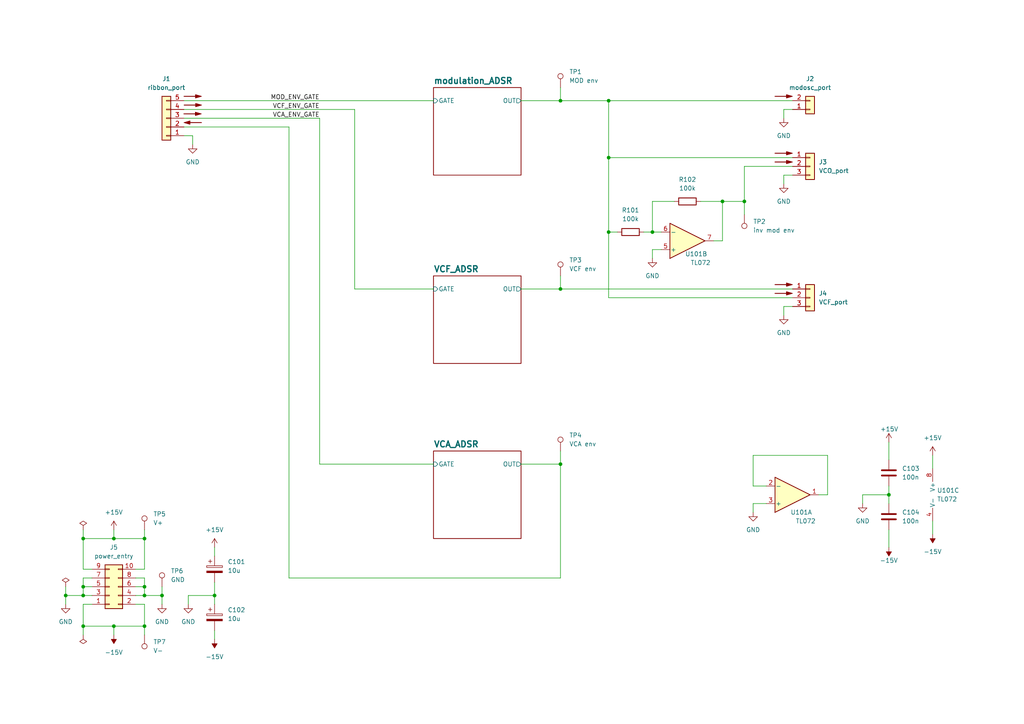
<source format=kicad_sch>
(kicad_sch (version 20230121) (generator eeschema)
  (paper "A4")
  (title_block (title "Josh Ox Ribbon Synth ADSR board") (date "2023-01-18") (rev "1.1") (comment 2 "creativecommons.org/licenses/by/4.0") (comment 3 "license: CC by 4.0") (comment 4 "Author: Jordan Aceto"))
  (lib_symbols
    (symbol "Amplifier_Operational:TL072" (pin_names (offset 0.127))
      (property "Reference" "U" (at 0 5.08 0))
      (property "Value" "TL072" (at 0 -5.08 0))
      (symbol "TL072_1_1"
        (polyline (pts (xy -5.08 5.08) (xy 5.08 0) (xy -5.08 -5.08) (xy -5.08 5.08)) (stroke (width 0.254)) (fill (type background)))
        (pin output line (at 7.62 0 180) (length 2.54) (name "~") (number "1"))
        (pin input line (at -7.62 -2.54 0) (length 2.54) (name "-") (number "2"))
        (pin input line (at -7.62 2.54 0) (length 2.54) (name "+") (number "3"))
      )
      (symbol "TL072_2_1"
        (polyline (pts (xy -5.08 5.08) (xy 5.08 0) (xy -5.08 -5.08) (xy -5.08 5.08)) (stroke (width 0.254)) (fill (type background)))
        (pin input line (at -7.62 2.54 0) (length 2.54) (name "+") (number "5"))
        (pin input line (at -7.62 -2.54 0) (length 2.54) (name "-") (number "6"))
        (pin output line (at 7.62 0 180) (length 2.54) (name "~") (number "7"))
      )
      (symbol "TL072_3_1"
        (pin power_in line (at -2.54 -7.62 90) (length 3.81) (name "V-") (number "4"))
        (pin power_in line (at -2.54 7.62 270) (length 3.81) (name "V+") (number "8"))
      )
    )
    (symbol "Connector:TestPoint" (pin_numbers hide) (pin_names (offset 0.762) hide)
      (property "Reference" "TP" (at 0 6.858 0))
      (property "Value" "TestPoint" (at 0 5.08 0))
      (symbol "TestPoint_0_1"
        (circle (center 0 3.302) (radius 0.762))
      )
      (symbol "TestPoint_1_1"
        (pin passive line (at 0 0 90) (length 2.54) (name "1") (number "1"))
      )
    )
    (symbol "Connector_Generic:Conn_01x02" (pin_names (offset 1.016) hide)
      (property "Reference" "J" (at 0 2.54 0))
      (property "Value" "Conn_01x02" (at 0 -5.08 0))
      (symbol "Conn_01x02_1_1"
        (rectangle (start -1.27 -2.413) (end 0 -2.667) (stroke (width 0.1524)))
        (rectangle (start -1.27 0.127) (end 0 -0.127) (stroke (width 0.1524)))
        (rectangle (start -1.27 1.27) (end 1.27 -3.81) (stroke (width 0.254)) (fill (type background)))
        (pin passive line (at -5.08 0 0) (length 3.81) (name "Pin_1") (number "1"))
        (pin passive line (at -5.08 -2.54 0) (length 3.81) (name "Pin_2") (number "2"))
      )
    )
    (symbol "Connector_Generic:Conn_01x03" (pin_names (offset 1.016) hide)
      (property "Reference" "J" (at 0 5.08 0))
      (property "Value" "Conn_01x03" (at 0 -5.08 0))
      (symbol "Conn_01x03_1_1"
        (rectangle (start -1.27 -2.413) (end 0 -2.667) (stroke (width 0.1524)))
        (rectangle (start -1.27 0.127) (end 0 -0.127) (stroke (width 0.1524)))
        (rectangle (start -1.27 2.667) (end 0 2.413) (stroke (width 0.1524)))
        (rectangle (start -1.27 3.81) (end 1.27 -3.81) (stroke (width 0.254)) (fill (type background)))
        (pin passive line (at -5.08 2.54 0) (length 3.81) (name "Pin_1") (number "1"))
        (pin passive line (at -5.08 0 0) (length 3.81) (name "Pin_2") (number "2"))
        (pin passive line (at -5.08 -2.54 0) (length 3.81) (name "Pin_3") (number "3"))
      )
    )
    (symbol "Connector_Generic:Conn_01x05" (pin_names (offset 1.016) hide)
      (property "Reference" "J" (at 0 7.62 0))
      (property "Value" "Conn_01x05" (at 0 -7.62 0))
      (symbol "Conn_01x05_1_1"
        (rectangle (start -1.27 -4.953) (end 0 -5.207) (stroke (width 0.1524)))
        (rectangle (start -1.27 -2.413) (end 0 -2.667) (stroke (width 0.1524)))
        (rectangle (start -1.27 0.127) (end 0 -0.127) (stroke (width 0.1524)))
        (rectangle (start -1.27 2.667) (end 0 2.413) (stroke (width 0.1524)))
        (rectangle (start -1.27 5.207) (end 0 4.953) (stroke (width 0.1524)))
        (rectangle (start -1.27 6.35) (end 1.27 -6.35) (stroke (width 0.254)) (fill (type background)))
        (pin passive line (at -5.08 5.08 0) (length 3.81) (name "Pin_1") (number "1"))
        (pin passive line (at -5.08 2.54 0) (length 3.81) (name "Pin_2") (number "2"))
        (pin passive line (at -5.08 0 0) (length 3.81) (name "Pin_3") (number "3"))
        (pin passive line (at -5.08 -2.54 0) (length 3.81) (name "Pin_4") (number "4"))
        (pin passive line (at -5.08 -5.08 0) (length 3.81) (name "Pin_5") (number "5"))
      )
    )
    (symbol "Connector_Generic:Conn_02x05_Odd_Even" (pin_names (offset 1.016) hide)
      (property "Reference" "J" (at 1.27 7.62 0))
      (property "Value" "Conn_02x05_Odd_Even" (at 1.27 -7.62 0))
      (symbol "Conn_02x05_Odd_Even_1_1"
        (rectangle (start -1.27 -4.953) (end 0 -5.207) (stroke (width 0.1524)))
        (rectangle (start -1.27 -2.413) (end 0 -2.667) (stroke (width 0.1524)))
        (rectangle (start -1.27 0.127) (end 0 -0.127) (stroke (width 0.1524)))
        (rectangle (start -1.27 2.667) (end 0 2.413) (stroke (width 0.1524)))
        (rectangle (start -1.27 5.207) (end 0 4.953) (stroke (width 0.1524)))
        (rectangle (start -1.27 6.35) (end 3.81 -6.35) (stroke (width 0.254)) (fill (type background)))
        (rectangle (start 3.81 -4.953) (end 2.54 -5.207) (stroke (width 0.1524)))
        (rectangle (start 3.81 -2.413) (end 2.54 -2.667) (stroke (width 0.1524)))
        (rectangle (start 3.81 0.127) (end 2.54 -0.127) (stroke (width 0.1524)))
        (rectangle (start 3.81 2.667) (end 2.54 2.413) (stroke (width 0.1524)))
        (rectangle (start 3.81 5.207) (end 2.54 4.953) (stroke (width 0.1524)))
        (pin passive line (at -5.08 5.08 0) (length 3.81) (name "Pin_1") (number "1"))
        (pin passive line (at 7.62 -5.08 180) (length 3.81) (name "Pin_10") (number "10"))
        (pin passive line (at 7.62 5.08 180) (length 3.81) (name "Pin_2") (number "2"))
        (pin passive line (at -5.08 2.54 0) (length 3.81) (name "Pin_3") (number "3"))
        (pin passive line (at 7.62 2.54 180) (length 3.81) (name "Pin_4") (number "4"))
        (pin passive line (at -5.08 0 0) (length 3.81) (name "Pin_5") (number "5"))
        (pin passive line (at 7.62 0 180) (length 3.81) (name "Pin_6") (number "6"))
        (pin passive line (at -5.08 -2.54 0) (length 3.81) (name "Pin_7") (number "7"))
        (pin passive line (at 7.62 -2.54 180) (length 3.81) (name "Pin_8") (number "8"))
        (pin passive line (at -5.08 -5.08 0) (length 3.81) (name "Pin_9") (number "9"))
      )
    )
    (symbol "Device:C" (pin_numbers hide) (pin_names (offset 0.254))
      (property "Reference" "C" (at 0.635 2.54 0))
      (property "Value" "C" (at 0.635 -2.54 0))
      (symbol "C_0_1"
        (polyline (pts (xy -2.032 -0.762) (xy 2.032 -0.762)) (stroke (width 0.508)))
        (polyline (pts (xy -2.032 0.762) (xy 2.032 0.762)) (stroke (width 0.508)))
      )
      (symbol "C_1_1"
        (pin passive line (at 0 3.81 270) (length 2.794) (name "~") (number "1"))
        (pin passive line (at 0 -3.81 90) (length 2.794) (name "~") (number "2"))
      )
    )
    (symbol "Device:C_Polarized" (pin_numbers hide) (pin_names (offset 0.254))
      (property "Reference" "C" (at 0.635 2.54 0))
      (property "Value" "C_Polarized" (at 0.635 -2.54 0))
      (symbol "C_Polarized_0_1"
        (rectangle (start -2.286 0.508) (end 2.286 1.016))
        (polyline (pts (xy -1.778 2.286) (xy -0.762 2.286)))
        (polyline (pts (xy -1.27 2.794) (xy -1.27 1.778)))
        (rectangle (start 2.286 -0.508) (end -2.286 -1.016) (fill (type outline)))
      )
      (symbol "C_Polarized_1_1"
        (pin passive line (at 0 3.81 270) (length 2.794) (name "~") (number "1"))
        (pin passive line (at 0 -3.81 90) (length 2.794) (name "~") (number "2"))
      )
    )
    (symbol "Device:R" (pin_numbers hide) (pin_names (offset 0))
      (property "Reference" "R" (at 2.032 0 90))
      (property "Value" "R" (at 0 0 90))
      (symbol "R_0_1"
        (rectangle (start -1.016 -2.54) (end 1.016 2.54) (stroke (width 0.254)))
      )
      (symbol "R_1_1"
        (pin passive line (at 0 3.81 270) (length 1.27) (name "~") (number "1"))
        (pin passive line (at 0 -3.81 90) (length 1.27) (name "~") (number "2"))
      )
    )
    (symbol "Graphic:SYM_Arrow_Normal" (in_bom no) (on_board no)
      (symbol "SYM_Arrow_Normal_0_1"
        (polyline (pts (xy 1.524 0) (xy -2.54 0)) (stroke (width 0.254)))
        (polyline (pts (xy 2.54 0) (xy 0.762 -0.508) (xy 0.762 0.508) (xy 2.54 0)) (fill (type outline)))
      )
    )
    (symbol "power:+15V" (power) (pin_names (offset 0))
      (property "Value" "+15V" (at 0 3.556 0))
      (symbol "+15V_0_1"
        (polyline (pts (xy -0.762 1.27) (xy 0 2.54)))
        (polyline (pts (xy 0 0) (xy 0 2.54)))
        (polyline (pts (xy 0 2.54) (xy 0.762 1.27)))
      )
      (symbol "+15V_1_1"
        (pin power_in line (at 0 0 90) (length 0) hide (name "+15V") (number "1"))
      )
    )
    (symbol "power:-15V" (power) (pin_names (offset 0))
      (property "Value" "-15V" (at 0 3.81 0))
      (symbol "-15V_0_0"
        (pin power_in line (at 0 0 90) (length 0) hide (name "-15V") (number "1"))
      )
      (symbol "-15V_0_1"
        (polyline (pts (xy 0 0) (xy 0 1.27) (xy 0.762 1.27) (xy 0 2.54) (xy -0.762 1.27) (xy 0 1.27)) (fill (type outline)))
      )
    )
    (symbol "power:GND" (power) (pin_names (offset 0))
      (property "Value" "GND" (at 0 -3.81 0))
      (symbol "GND_0_1"
        (polyline (pts (xy 0 0) (xy 0 -1.27) (xy 1.27 -1.27) (xy 0 -2.54) (xy -1.27 -1.27) (xy 0 -1.27)))
      )
      (symbol "GND_1_1"
        (pin power_in line (at 0 0 270) (length 0) hide (name "GND") (number "1"))
      )
    )
    (symbol "power:PWR_FLAG" (power) (pin_numbers hide) (pin_names (offset 0) hide)
      (property "Value" "PWR_FLAG" (at 0 3.81 0))
      (symbol "PWR_FLAG_0_0"
        (pin power_out line (at 0 0 90) (length 0) (name "pwr") (number "1"))
      )
      (symbol "PWR_FLAG_0_1"
        (polyline (pts (xy 0 0) (xy 0 1.27) (xy -1.016 1.905) (xy 0 2.54) (xy 1.016 1.905) (xy 0 1.27)))
      )
    )
  )
  (junction (at 24.13 156.21))
  (junction (at 209.55 58.42))
  (junction (at 24.13 172.72))
  (junction (at 257.81 143.51))
  (junction (at 24.13 181.61))
  (junction (at 46.99 172.72))
  (junction (at 176.53 67.31))
  (junction (at 33.02 181.61))
  (junction (at 189.23 67.31))
  (junction (at 162.56 83.82))
  (junction (at 41.91 170.18))
  (junction (at 41.91 181.61))
  (junction (at 215.9 58.42))
  (junction (at 24.13 170.18))
  (junction (at 176.53 29.21))
  (junction (at 62.23 172.72))
  (junction (at 41.91 172.72))
  (junction (at 176.53 45.72))
  (junction (at 162.56 29.21))
  (junction (at 19.05 172.72))
  (junction (at 33.02 156.21))
  (junction (at 162.56 134.62))
  (junction (at 41.91 156.21))
  (wire (pts (xy 39.37 170.18) (xy 41.91 170.18)))
  (wire (pts (xy 33.02 181.61) (xy 41.91 181.61)))
  (wire (pts (xy 189.23 58.42) (xy 195.58 58.42)))
  (wire (pts (xy 33.02 153.67) (xy 33.02 156.21)))
  (wire (pts (xy 227.33 31.75) (xy 229.87 31.75)))
  (wire (pts (xy 257.81 128.27) (xy 257.81 133.35)))
  (wire (pts (xy 54.61 175.26) (xy 54.61 172.72)))
  (wire (pts (xy 189.23 72.39) (xy 191.77 72.39)))
  (wire (pts (xy 19.05 170.18) (xy 19.05 172.72)))
  (wire (pts (xy 257.81 140.97) (xy 257.81 143.51)))
  (wire (pts (xy 26.67 175.26) (xy 24.13 175.26)))
  (wire (pts (xy 53.34 29.21) (xy 125.73 29.21)))
  (wire (pts (xy 41.91 170.18) (xy 41.91 167.64)))
  (wire (pts (xy 151.13 29.21) (xy 162.56 29.21)))
  (wire (pts (xy 162.56 25.4) (xy 162.56 29.21)))
  (wire (pts (xy 209.55 58.42) (xy 215.9 58.42)))
  (wire (pts (xy 62.23 172.72) (xy 62.23 175.26)))
  (wire (pts (xy 209.55 58.42) (xy 203.2 58.42)))
  (wire (pts (xy 92.71 34.29) (xy 92.71 134.62)))
  (wire (pts (xy 176.53 45.72) (xy 229.87 45.72)))
  (wire (pts (xy 176.53 45.72) (xy 176.53 29.21)))
  (wire (pts (xy 39.37 165.1) (xy 41.91 165.1)))
  (wire (pts (xy 19.05 175.26) (xy 19.05 172.72)))
  (wire (pts (xy 270.51 132.08) (xy 270.51 135.89)))
  (wire (pts (xy 39.37 172.72) (xy 41.91 172.72)))
  (wire (pts (xy 54.61 172.72) (xy 62.23 172.72)))
  (wire (pts (xy 176.53 29.21) (xy 229.87 29.21)))
  (wire (pts (xy 83.82 36.83) (xy 83.82 167.64)))
  (wire (pts (xy 218.44 146.05) (xy 222.25 146.05)))
  (wire (pts (xy 53.34 36.83) (xy 83.82 36.83)))
  (wire (pts (xy 33.02 181.61) (xy 33.02 184.15)))
  (wire (pts (xy 186.69 67.31) (xy 189.23 67.31)))
  (wire (pts (xy 24.13 153.67) (xy 24.13 156.21)))
  (wire (pts (xy 151.13 83.82) (xy 162.56 83.82)))
  (wire (pts (xy 162.56 80.01) (xy 162.56 83.82)))
  (wire (pts (xy 92.71 134.62) (xy 125.73 134.62)))
  (wire (pts (xy 55.88 41.91) (xy 55.88 39.37)))
  (wire (pts (xy 26.67 172.72) (xy 24.13 172.72)))
  (wire (pts (xy 24.13 184.15) (xy 24.13 181.61)))
  (wire (pts (xy 83.82 167.64) (xy 162.56 167.64)))
  (wire (pts (xy 46.99 172.72) (xy 41.91 172.72)))
  (wire (pts (xy 162.56 83.82) (xy 229.87 83.82)))
  (wire (pts (xy 227.33 91.44) (xy 227.33 88.9)))
  (wire (pts (xy 257.81 153.67) (xy 257.81 158.75)))
  (wire (pts (xy 257.81 143.51) (xy 257.81 146.05)))
  (wire (pts (xy 102.87 83.82) (xy 125.73 83.82)))
  (wire (pts (xy 41.91 153.67) (xy 41.91 156.21)))
  (wire (pts (xy 227.33 34.29) (xy 227.33 31.75)))
  (wire (pts (xy 227.33 50.8) (xy 229.87 50.8)))
  (wire (pts (xy 24.13 165.1) (xy 26.67 165.1)))
  (wire (pts (xy 215.9 58.42) (xy 215.9 48.26)))
  (wire (pts (xy 240.03 132.08) (xy 240.03 143.51)))
  (wire (pts (xy 24.13 175.26) (xy 24.13 181.61)))
  (wire (pts (xy 218.44 132.08) (xy 240.03 132.08)))
  (wire (pts (xy 151.13 134.62) (xy 162.56 134.62)))
  (wire (pts (xy 41.91 156.21) (xy 33.02 156.21)))
  (wire (pts (xy 41.91 165.1) (xy 41.91 156.21)))
  (wire (pts (xy 218.44 140.97) (xy 218.44 132.08)))
  (wire (pts (xy 218.44 148.59) (xy 218.44 146.05)))
  (wire (pts (xy 227.33 88.9) (xy 229.87 88.9)))
  (wire (pts (xy 24.13 156.21) (xy 24.13 165.1)))
  (wire (pts (xy 176.53 86.36) (xy 229.87 86.36)))
  (wire (pts (xy 19.05 172.72) (xy 24.13 172.72)))
  (wire (pts (xy 215.9 58.42) (xy 215.9 62.23)))
  (wire (pts (xy 53.34 31.75) (xy 102.87 31.75)))
  (wire (pts (xy 55.88 39.37) (xy 53.34 39.37)))
  (wire (pts (xy 39.37 167.64) (xy 41.91 167.64)))
  (wire (pts (xy 162.56 130.81) (xy 162.56 134.62)))
  (wire (pts (xy 41.91 175.26) (xy 39.37 175.26)))
  (wire (pts (xy 207.01 69.85) (xy 209.55 69.85)))
  (wire (pts (xy 209.55 69.85) (xy 209.55 58.42)))
  (wire (pts (xy 250.19 143.51) (xy 257.81 143.51)))
  (wire (pts (xy 46.99 170.18) (xy 46.99 172.72)))
  (wire (pts (xy 189.23 67.31) (xy 189.23 58.42)))
  (wire (pts (xy 102.87 31.75) (xy 102.87 83.82)))
  (wire (pts (xy 179.07 67.31) (xy 176.53 67.31)))
  (wire (pts (xy 62.23 158.75) (xy 62.23 161.29)))
  (wire (pts (xy 24.13 181.61) (xy 33.02 181.61)))
  (wire (pts (xy 222.25 140.97) (xy 218.44 140.97)))
  (wire (pts (xy 24.13 170.18) (xy 24.13 172.72)))
  (wire (pts (xy 227.33 53.34) (xy 227.33 50.8)))
  (wire (pts (xy 215.9 48.26) (xy 229.87 48.26)))
  (wire (pts (xy 41.91 181.61) (xy 41.91 175.26)))
  (wire (pts (xy 189.23 67.31) (xy 191.77 67.31)))
  (wire (pts (xy 24.13 167.64) (xy 26.67 167.64)))
  (wire (pts (xy 62.23 182.88) (xy 62.23 185.42)))
  (wire (pts (xy 62.23 168.91) (xy 62.23 172.72)))
  (wire (pts (xy 189.23 72.39) (xy 189.23 74.93)))
  (wire (pts (xy 270.51 151.13) (xy 270.51 154.94)))
  (wire (pts (xy 240.03 143.51) (xy 237.49 143.51)))
  (wire (pts (xy 41.91 184.15) (xy 41.91 181.61)))
  (wire (pts (xy 162.56 29.21) (xy 176.53 29.21)))
  (wire (pts (xy 250.19 146.05) (xy 250.19 143.51)))
  (wire (pts (xy 176.53 67.31) (xy 176.53 45.72)))
  (wire (pts (xy 24.13 167.64) (xy 24.13 170.18)))
  (wire (pts (xy 162.56 167.64) (xy 162.56 134.62)))
  (wire (pts (xy 41.91 172.72) (xy 41.91 170.18)))
  (wire (pts (xy 33.02 156.21) (xy 24.13 156.21)))
  (wire (pts (xy 176.53 67.31) (xy 176.53 86.36)))
  (wire (pts (xy 53.34 34.29) (xy 92.71 34.29)))
  (wire (pts (xy 24.13 170.18) (xy 26.67 170.18)))
  (wire (pts (xy 46.99 175.26) (xy 46.99 172.72)))
  (label "VCA_ENV_GATE" (at 92.71 34.29 180))
  (label "MOD_ENV_GATE" (at 92.71 29.21 180))
  (label "VCF_ENV_GATE" (at 92.71 31.75 180))
  (symbol (lib_id "power:-15V") (at 62.23 185.42 180) (unit 1)
    (property "Reference" "#PWR0127" (effects hide))
    (property "Value" "-15V" (at 62.23 190.5 0))
  )
  (symbol (lib_id "Amplifier_Operational:TL072") (at 229.87 143.51 0) (mirror x) (unit 1)
    (property "Reference" "U101" (at 232.41 148.59 0))
    (property "Value" "TL072" (at 233.68 151.13 0))
    (property "Footprint" "Package_SO:SOIC-8_3.9x4.9mm_P1.27mm" (effects hide))
    (property "Datasheet" "http://www.ti.com/lit/ds/symlink/tl071.pdf" (effects hide))
  )
  (symbol (lib_id "power:GND") (at 46.99 175.26 0) (unit 1)
    (property "Reference" "#PWR0125" (effects hide))
    (property "Value" "GND" (at 46.99 180.34 0))
  )
  (symbol (lib_id "Connector:TestPoint") (at 46.99 170.18 0) (unit 1) (in_bom no)
    (property "Reference" "TP6" (at 49.53 165.6079 0) (effects (justify left)))
    (property "Value" "GND" (at 49.53 168.1479 0) (effects (justify left)))
    (property "Footprint" "TestPoint:TestPoint_Bridge_Pitch7.62mm_Drill1.3mm" (effects hide))
  )
  (symbol (lib_id "Connector:TestPoint") (at 215.9 62.23 180) (unit 1) (in_bom no)
    (property "Reference" "TP2" (at 218.44 64.2619 0) (effects (justify right)))
    (property "Value" "inv mod env" (at 218.44 66.8019 0) (effects (justify right)))
    (property "Footprint" "TestPoint:TestPoint_Keystone_5000-5004_Miniature" (effects hide))
  )
  (symbol (lib_id "Device:C") (at 257.81 137.16 0) (unit 1)
    (property "Reference" "C103" (at 261.62 135.8899 0) (effects (justify left)))
    (property "Value" "100n" (at 261.62 138.4299 0) (effects (justify left)))
    (property "Footprint" "Capacitor_SMD:C_0805_2012Metric" (effects hide))
  )
  (symbol (lib_id "Connector:TestPoint") (at 41.91 184.15 180) (unit 1) (in_bom no)
    (property "Reference" "TP7" (at 44.45 186.1819 0) (effects (justify right)))
    (property "Value" "V-" (at 44.45 188.7219 0) (effects (justify right)))
    (property "Footprint" "TestPoint:TestPoint_Keystone_5000-5004_Miniature" (effects hide))
  )
  (symbol (lib_id "Connector_Generic:Conn_02x05_Odd_Even") (at 31.75 170.18 0) (mirror x) (unit 1)
    (property "Reference" "J5" (at 33.02 158.75 0))
    (property "Value" "power_entry" (at 33.02 161.29 0))
    (property "Footprint" "Connector_IDC:IDC-Header_2x05_P2.54mm_Vertical" (effects hide))
  )
  (symbol (lib_id "Device:R") (at 182.88 67.31 90) (unit 1)
    (property "Reference" "R101" (at 182.88 60.96 90))
    (property "Value" "100k" (at 182.88 63.5 90))
    (property "Footprint" "Resistor_SMD:R_0805_2012Metric" (effects hide))
  )
  (symbol (lib_id "power:PWR_FLAG") (at 24.13 184.15 180) (unit 1)
    (property "Reference" "#FLG0103" (effects hide))
    (property "Value" "PWR_FLAG" (effects hide))
  )
  (symbol (lib_id "Amplifier_Operational:TL072") (at 273.05 143.51 0) (unit 3)
    (property "Reference" "U101" (at 271.78 142.2399 0) (effects (justify left)))
    (property "Value" "TL072" (at 271.78 144.7799 0) (effects (justify left)))
    (property "Footprint" "Package_SO:SOIC-8_3.9x4.9mm_P1.27mm" (effects hide))
    (property "Datasheet" "http://www.ti.com/lit/ds/symlink/tl071.pdf" (effects hide))
  )
  (symbol (lib_id "Graphic:SYM_Arrow_Normal") (at 55.88 35.56 180) (unit 1)
    (property "Reference" "#SYM102" (effects hide))
    (property "Value" "SYM_Arrow_Normal" (effects hide))
    (property "Sim.Enable" "0" (effects hide))
  )
  (symbol (lib_id "Graphic:SYM_Arrow_Normal") (at 227.33 44.45 0) (unit 1)
    (property "Reference" "#SYM106" (effects hide))
    (property "Value" "SYM_Arrow_Normal" (effects hide))
    (property "Sim.Enable" "0" (effects hide))
  )
  (symbol (lib_id "power:PWR_FLAG") (at 24.13 153.67 0) (unit 1)
    (property "Reference" "#FLG0101" (effects hide))
    (property "Value" "PWR_FLAG" (effects hide))
  )
  (symbol (lib_id "power:GND") (at 218.44 148.59 0) (unit 1)
    (property "Reference" "#PWR0116" (effects hide))
    (property "Value" "GND" (at 218.44 153.67 0))
  )
  (symbol (lib_id "Device:R") (at 199.39 58.42 90) (unit 1)
    (property "Reference" "R102" (at 199.39 52.07 90))
    (property "Value" "100k" (at 199.39 54.61 90))
    (property "Footprint" "Resistor_SMD:R_0805_2012Metric" (effects hide))
  )
  (symbol (lib_id "Amplifier_Operational:TL072") (at 199.39 69.85 0) (mirror x) (unit 2)
    (property "Reference" "U101" (at 201.93 73.66 0))
    (property "Value" "TL072" (at 203.2 76.2 0))
    (property "Footprint" "Package_SO:SOIC-8_3.9x4.9mm_P1.27mm" (effects hide))
    (property "Datasheet" "http://www.ti.com/lit/ds/symlink/tl071.pdf" (effects hide))
  )
  (symbol (lib_id "power:+15V") (at 62.23 158.75 0) (unit 1)
    (property "Reference" "#PWR0115" (effects hide))
    (property "Value" "+15V" (at 62.23 153.67 0))
  )
  (symbol (lib_id "power:GND") (at 189.23 74.93 0) (unit 1)
    (property "Reference" "#PWR0104" (effects hide))
    (property "Value" "GND" (at 189.23 80.01 0))
  )
  (symbol (lib_id "Connector_Generic:Conn_01x05") (at 48.26 34.29 180) (unit 1)
    (property "Reference" "J1" (at 48.26 22.86 0))
    (property "Value" "ribbon_port" (at 48.26 25.4 0))
    (property "Footprint" "Connector_Molex:Molex_KK-254_AE-6410-05A_1x05_P2.54mm_Vertical" (effects hide))
  )
  (symbol (lib_id "Connector_Generic:Conn_01x03") (at 234.95 86.36 0) (unit 1)
    (property "Reference" "J4" (at 237.49 85.0899 0) (effects (justify left)))
    (property "Value" "VCF_port" (at 237.49 87.6299 0) (effects (justify left)))
    (property "Footprint" "Connector_Molex:Molex_KK-254_AE-6410-03A_1x03_P2.54mm_Vertical" (effects hide))
  )
  (symbol (lib_id "Graphic:SYM_Arrow_Normal") (at 227.33 27.94 0) (unit 1)
    (property "Reference" "#SYM105" (effects hide))
    (property "Value" "SYM_Arrow_Normal" (effects hide))
    (property "Sim.Enable" "0" (effects hide))
  )
  (symbol (lib_id "Graphic:SYM_Arrow_Normal") (at 227.33 46.99 0) (unit 1)
    (property "Reference" "#SYM107" (effects hide))
    (property "Value" "SYM_Arrow_Normal" (effects hide))
    (property "Sim.Enable" "0" (effects hide))
  )
  (symbol (lib_id "Connector:TestPoint") (at 162.56 80.01 0) (unit 1) (in_bom no)
    (property "Reference" "TP3" (at 165.1 75.4379 0) (effects (justify left)))
    (property "Value" "VCF env" (at 165.1 77.9779 0) (effects (justify left)))
    (property "Footprint" "TestPoint:TestPoint_Keystone_5000-5004_Miniature" (effects hide))
  )
  (symbol (lib_id "power:-15V") (at 33.02 184.15 180) (unit 1)
    (property "Reference" "#PWR0124" (effects hide))
    (property "Value" "-15V" (at 33.02 189.23 0))
  )
  (symbol (lib_id "Graphic:SYM_Arrow_Normal") (at 55.925 27.94 0) (unit 1)
    (property "Reference" "#SYM103" (effects hide))
    (property "Value" "SYM_Arrow_Normal" (effects hide))
    (property "Sim.Enable" "0" (effects hide))
  )
  (symbol (lib_id "power:+15V") (at 257.81 128.27 0) (unit 1)
    (property "Reference" "#PWR0118" (effects hide))
    (property "Value" "+15V" (at 255.27 124.46 0) (effects (justify left)))
  )
  (symbol (lib_id "power:GND") (at 54.61 175.26 0) (unit 1)
    (property "Reference" "#PWR0126" (effects hide))
    (property "Value" "GND" (at 54.61 180.34 0))
  )
  (symbol (lib_id "Connector:TestPoint") (at 162.56 130.81 0) (unit 1) (in_bom no)
    (property "Reference" "TP4" (at 165.1 126.2379 0) (effects (justify left)))
    (property "Value" "VCA env" (at 165.1 128.7779 0) (effects (justify left)))
    (property "Footprint" "TestPoint:TestPoint_Keystone_5000-5004_Miniature" (effects hide))
  )
  (symbol (lib_id "Device:C_Polarized") (at 62.23 179.07 0) (unit 1)
    (property "Reference" "C102" (at 66.04 176.9109 0) (effects (justify left)))
    (property "Value" "10u" (at 66.04 179.4509 0) (effects (justify left)))
    (property "Footprint" "Capacitor_THT:CP_Radial_D6.3mm_P2.50mm" (effects hide))
  )
  (symbol (lib_id "power:GND") (at 227.33 34.29 0) (mirror y) (unit 1)
    (property "Reference" "#PWR0101" (effects hide))
    (property "Value" "GND" (at 227.33 39.37 0))
  )
  (symbol (lib_id "Connector_Generic:Conn_01x02") (at 234.95 31.75 0) (mirror x) (unit 1)
    (property "Reference" "J2" (at 234.95 22.86 0))
    (property "Value" "modosc_port" (at 234.95 25.4 0))
    (property "Footprint" "Connector_Molex:Molex_KK-254_AE-6410-02A_1x02_P2.54mm_Vertical" (effects hide))
  )
  (symbol (lib_id "power:-15V") (at 270.51 154.94 180) (unit 1)
    (property "Reference" "#PWR0120" (effects hide))
    (property "Value" "-15V" (at 270.51 160.02 0))
  )
  (symbol (lib_id "Connector:TestPoint") (at 41.91 153.67 0) (unit 1) (in_bom no)
    (property "Reference" "TP5" (at 44.45 149.0979 0) (effects (justify left)))
    (property "Value" "V+" (at 44.45 151.6379 0) (effects (justify left)))
    (property "Footprint" "TestPoint:TestPoint_Keystone_5000-5004_Miniature" (effects hide))
  )
  (symbol (lib_id "Connector_Generic:Conn_01x03") (at 234.95 48.26 0) (unit 1)
    (property "Reference" "J3" (at 237.49 46.9899 0) (effects (justify left)))
    (property "Value" "VCO_port" (at 237.49 49.5299 0) (effects (justify left)))
    (property "Footprint" "Connector_Molex:Molex_KK-254_AE-6410-03A_1x03_P2.54mm_Vertical" (effects hide))
  )
  (symbol (lib_id "Device:C_Polarized") (at 62.23 165.1 0) (unit 1)
    (property "Reference" "C101" (at 66.04 162.9409 0) (effects (justify left)))
    (property "Value" "10u" (at 66.04 165.4809 0) (effects (justify left)))
    (property "Footprint" "Capacitor_THT:CP_Radial_D6.3mm_P2.50mm" (effects hide))
  )
  (symbol (lib_id "Graphic:SYM_Arrow_Normal") (at 227.33 82.55 0) (unit 1)
    (property "Reference" "#SYM108" (effects hide))
    (property "Value" "SYM_Arrow_Normal" (effects hide))
    (property "Sim.Enable" "0" (effects hide))
  )
  (symbol (lib_id "power:GND") (at 227.33 91.44 0) (mirror y) (unit 1)
    (property "Reference" "#PWR0105" (effects hide))
    (property "Value" "GND" (at 227.33 96.52 0))
  )
  (symbol (lib_id "Graphic:SYM_Arrow_Normal") (at 227.33 85.09 0) (unit 1)
    (property "Reference" "#SYM109" (effects hide))
    (property "Value" "SYM_Arrow_Normal" (effects hide))
    (property "Sim.Enable" "0" (effects hide))
  )
  (symbol (lib_id "Device:C") (at 257.81 149.86 0) (unit 1)
    (property "Reference" "C104" (at 261.62 148.5899 0) (effects (justify left)))
    (property "Value" "100n" (at 261.62 151.1299 0) (effects (justify left)))
    (property "Footprint" "Capacitor_SMD:C_0805_2012Metric" (effects hide))
  )
  (symbol (lib_id "power:PWR_FLAG") (at 19.05 170.18 0) (unit 1)
    (property "Reference" "#FLG0102" (effects hide))
    (property "Value" "PWR_FLAG" (effects hide))
  )
  (symbol (lib_id "Graphic:SYM_Arrow_Normal") (at 55.88 33.02 0) (unit 1)
    (property "Reference" "#SYM101" (effects hide))
    (property "Value" "SYM_Arrow_Normal" (effects hide))
    (property "Sim.Enable" "0" (effects hide))
  )
  (symbol (lib_id "power:GND") (at 250.19 146.05 0) (unit 1)
    (property "Reference" "#PWR0121" (effects hide))
    (property "Value" "GND" (at 250.19 151.13 0))
  )
  (symbol (lib_id "Graphic:SYM_Arrow_Normal") (at 55.9596 30.48 0) (unit 1)
    (property "Reference" "#SYM104" (effects hide))
    (property "Value" "SYM_Arrow_Normal" (effects hide))
    (property "Sim.Enable" "0" (effects hide))
  )
  (symbol (lib_id "power:GND") (at 19.05 175.26 0) (mirror y) (unit 1)
    (property "Reference" "#PWR0123" (effects hide))
    (property "Value" "GND" (at 19.05 180.34 0))
  )
  (symbol (lib_id "Connector:TestPoint") (at 162.56 25.4 0) (unit 1) (in_bom no)
    (property "Reference" "TP1" (at 165.1 20.8279 0) (effects (justify left)))
    (property "Value" "MOD env" (at 165.1 23.3679 0) (effects (justify left)))
    (property "Footprint" "TestPoint:TestPoint_Keystone_5000-5004_Miniature" (effects hide))
  )
  (symbol (lib_id "power:GND") (at 227.33 53.34 0) (mirror y) (unit 1)
    (property "Reference" "#PWR0103" (effects hide))
    (property "Value" "GND" (at 227.33 58.42 0))
  )
  (symbol (lib_id "power:-15V") (at 257.81 158.75 180) (unit 1)
    (property "Reference" "#PWR0119" (effects hide))
    (property "Value" "-15V" (at 257.81 162.56 0))
  )
  (symbol (lib_id "power:GND") (at 55.88 41.91 0) (unit 1)
    (property "Reference" "#PWR0102" (effects hide))
    (property "Value" "GND" (at 55.88 46.99 0))
  )
  (symbol (lib_id "power:+15V") (at 270.51 132.08 0) (unit 1)
    (property "Reference" "#PWR0117" (effects hide))
    (property "Value" "+15V" (at 270.51 127 0))
  )
  (symbol (lib_id "power:+15V") (at 33.02 153.67 0) (unit 1)
    (property "Reference" "#PWR0122" (effects hide))
    (property "Value" "+15V" (at 33.02 148.59 0))
  )
  (sheet (at 125.73 130.81) (size 25.4 25.4) (stroke (width 0.1524))
    (property "Sheetname" "VCA_ADSR" (at 125.73 129.8584 0) (effects (font (size 1.75 1.75) bold) (justify left bottom)))
    (property "Sheetfile" "ADSR.kicad_sch" (effects hide))
    (pin "OUT" output (at 151.13 134.62 0))
    (pin "GATE" input (at 125.73 134.62 180))
  )
  (sheet (at 125.73 80.01) (size 25.4 25.4) (stroke (width 0.1524))
    (property "Sheetname" "VCF_ADSR" (at 125.73 79.0584 0) (effects (font (size 1.75 1.75) bold) (justify left bottom)))
    (property "Sheetfile" "ADSR.kicad_sch" (effects hide))
    (pin "OUT" output (at 151.13 83.82 0))
    (pin "GATE" input (at 125.73 83.82 180))
  )
  (sheet (at 125.73 25.4) (size 25.4 25.4) (stroke (width 0.1524))
    (property "Sheetname" "modulation_ADSR" (at 125.73 24.4484 0) (effects (font (size 1.75 1.75) bold) (justify left bottom)))
    (property "Sheetfile" "ADSR.kicad_sch" (effects hide))
    (pin "OUT" output (at 151.13 29.21 0))
    (pin "GATE" input (at 125.73 29.21 180))
  )
)
</source>
